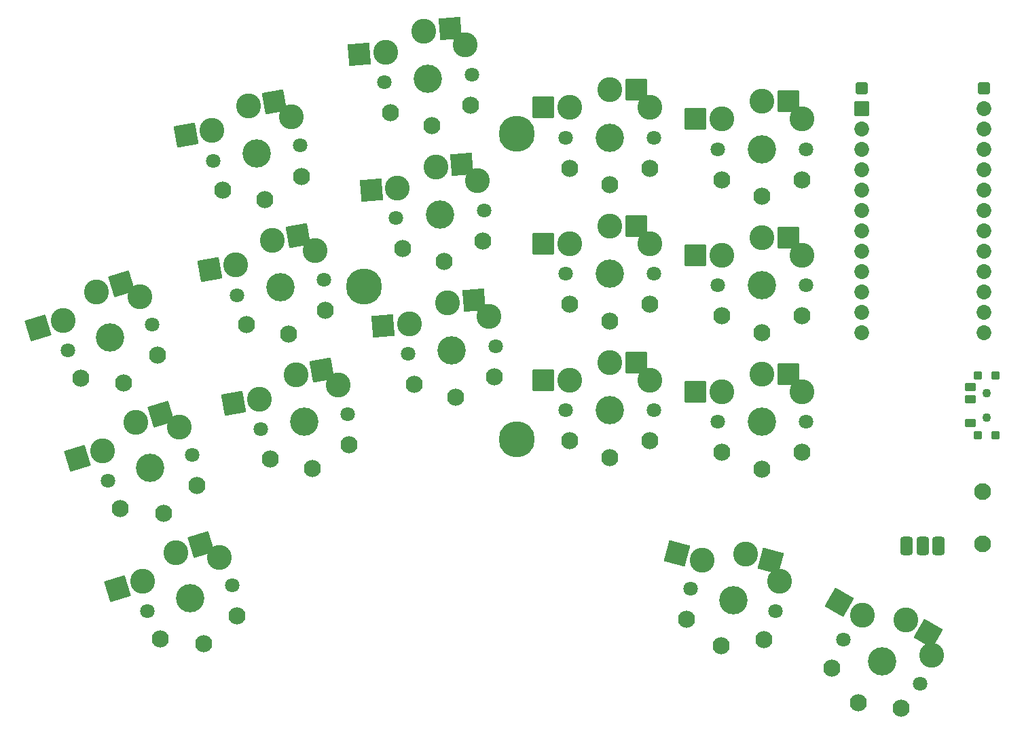
<source format=gts>
%TF.GenerationSoftware,KiCad,Pcbnew,(6.0.4-0)*%
%TF.CreationDate,2022-04-27T15:29:04+02:00*%
%TF.ProjectId,duck-shorter-thumb,6475636b-2d73-4686-9f72-7465722d7468,v1.0.0*%
%TF.SameCoordinates,Original*%
%TF.FileFunction,Soldermask,Top*%
%TF.FilePolarity,Negative*%
%FSLAX46Y46*%
G04 Gerber Fmt 4.6, Leading zero omitted, Abs format (unit mm)*
G04 Created by KiCad (PCBNEW (6.0.4-0)) date 2022-04-27 15:29:04*
%MOMM*%
%LPD*%
G01*
G04 APERTURE LIST*
G04 Aperture macros list*
%AMRoundRect*
0 Rectangle with rounded corners*
0 $1 Rounding radius*
0 $2 $3 $4 $5 $6 $7 $8 $9 X,Y pos of 4 corners*
0 Add a 4 corners polygon primitive as box body*
4,1,4,$2,$3,$4,$5,$6,$7,$8,$9,$2,$3,0*
0 Add four circle primitives for the rounded corners*
1,1,$1+$1,$2,$3*
1,1,$1+$1,$4,$5*
1,1,$1+$1,$6,$7*
1,1,$1+$1,$8,$9*
0 Add four rect primitives between the rounded corners*
20,1,$1+$1,$2,$3,$4,$5,0*
20,1,$1+$1,$4,$5,$6,$7,0*
20,1,$1+$1,$6,$7,$8,$9,0*
20,1,$1+$1,$8,$9,$2,$3,0*%
G04 Aperture macros list end*
%ADD10RoundRect,0.050000X-0.450000X0.450000X-0.450000X-0.450000X0.450000X-0.450000X0.450000X0.450000X0*%
%ADD11RoundRect,0.050000X-0.625000X0.450000X-0.625000X-0.450000X0.625000X-0.450000X0.625000X0.450000X0*%
%ADD12RoundRect,0.425000X-0.375000X-0.750000X0.375000X-0.750000X0.375000X0.750000X-0.375000X0.750000X0*%
%ADD13C,2.100000*%
%ADD14C,3.100000*%
%ADD15C,1.801800*%
%ADD16C,3.529000*%
%ADD17RoundRect,0.050000X-1.054507X-1.505993X1.505993X-1.054507X1.054507X1.505993X-1.505993X1.054507X0*%
%ADD18C,2.132000*%
%ADD19RoundRect,0.050000X-1.181751X-1.408356X1.408356X-1.181751X1.181751X1.408356X-1.408356X1.181751X0*%
%ADD20RoundRect,0.050000X-1.300000X-1.300000X1.300000X-1.300000X1.300000X1.300000X-1.300000X1.300000X0*%
%ADD21RoundRect,0.050000X-1.775833X-0.475833X0.475833X-1.775833X1.775833X0.475833X-0.475833X1.775833X0*%
%ADD22C,1.100000*%
%ADD23RoundRect,0.050000X-0.863113X-1.623279X1.623279X-0.863113X0.863113X1.623279X-1.623279X0.863113X0*%
%ADD24RoundRect,0.050000X-1.592168X-0.919239X0.919239X-1.592168X1.592168X0.919239X-0.919239X1.592168X0*%
%ADD25RoundRect,0.050000X-0.876300X0.876300X-0.876300X-0.876300X0.876300X-0.876300X0.876300X0.876300X0*%
%ADD26C,1.852600*%
%ADD27RoundRect,0.425000X-0.375000X-0.375000X0.375000X-0.375000X0.375000X0.375000X-0.375000X0.375000X0*%
%ADD28C,4.500000*%
G04 APERTURE END LIST*
D10*
%TO.C,T1*%
X161311087Y69616483D03*
X163511087Y77016483D03*
X163511087Y69616483D03*
X161311087Y77016483D03*
D11*
X160336087Y71066483D03*
X160336087Y74066483D03*
X160336087Y75566483D03*
%TD*%
D12*
%TO.C,PAD1*%
X152411087Y55816483D03*
X156411087Y55816483D03*
X154411087Y55816483D03*
%TD*%
D13*
%TO.C,B1*%
X161911087Y56066483D03*
X161911087Y62566483D03*
%TD*%
D14*
%TO.C,S11*%
X75659968Y109306337D03*
X70353903Y110604673D03*
X70353903Y110604673D03*
D15*
X65970667Y103790002D03*
D14*
X65811891Y107569855D03*
D16*
X71387110Y104745067D03*
D15*
X76803553Y105700132D03*
D17*
X73579149Y111173371D03*
X62586645Y107001157D03*
%TD*%
D15*
%TO.C,S34*%
X154074622Y38610213D03*
D16*
X149311482Y41360213D03*
D15*
X144548342Y44110213D03*
D18*
X143081355Y40569316D03*
X151741609Y35569316D03*
X146361482Y36250663D03*
X146361482Y36250663D03*
%TD*%
D16*
%TO.C,S15*%
X94221643Y97114167D03*
D15*
X99700714Y97593524D03*
D14*
X98875782Y101285676D03*
X93703066Y103041525D03*
X93703066Y103041525D03*
X88913835Y100414118D03*
D15*
X88742572Y96634810D03*
D19*
X96965604Y103326961D03*
X85651298Y100128683D03*
%TD*%
D14*
%TO.C,S21*%
X115411087Y95636017D03*
D15*
X109911087Y89686017D03*
D14*
X115411087Y95636017D03*
X120411087Y93436017D03*
D15*
X120911087Y89686017D03*
D14*
X110411087Y93436017D03*
D16*
X115411087Y89686017D03*
D20*
X118686087Y95636017D03*
X107136087Y93436017D03*
%TD*%
D15*
%TO.C,S8*%
X71874705Y70306538D03*
X82707591Y72216668D03*
D16*
X77291148Y71261603D03*
D18*
X73026972Y66651093D03*
X82875050Y68387574D03*
X78315672Y65451237D03*
X78315672Y65451237D03*
%TD*%
D16*
%TO.C,S14*%
X95703291Y80178857D03*
D15*
X101182362Y80658214D03*
X90224220Y79699500D03*
D18*
X91053509Y75957538D03*
X101015456Y76829096D03*
X96217510Y74301308D03*
X96217510Y74301308D03*
%TD*%
D16*
%TO.C,S20*%
X115411087Y72686017D03*
D15*
X109911087Y72686017D03*
X120911087Y72686017D03*
D18*
X120411087Y68886017D03*
X110411087Y68886017D03*
X115411087Y66786017D03*
X115411087Y66786017D03*
%TD*%
D15*
%TO.C,S28*%
X128877759Y88246289D03*
X139877759Y88246289D03*
D16*
X134377759Y88246289D03*
D18*
X129377759Y84446289D03*
X139377759Y84446289D03*
X134377759Y82346289D03*
X134377759Y82346289D03*
%TD*%
D16*
%TO.C,S26*%
X134377759Y71246289D03*
D15*
X128877759Y71246289D03*
X139877759Y71246289D03*
D18*
X129377759Y67446289D03*
X139377759Y67446289D03*
X134377759Y65346289D03*
X134377759Y65346289D03*
%TD*%
D14*
%TO.C,S29*%
X134377759Y111196289D03*
X134377759Y111196289D03*
D15*
X139877759Y105246289D03*
D16*
X134377759Y105246289D03*
D14*
X139377759Y108996289D03*
X129377759Y108996289D03*
D15*
X128877759Y105246289D03*
D20*
X137652759Y111196289D03*
X126102759Y108996289D03*
%TD*%
D16*
%TO.C,S33*%
X149311482Y41360213D03*
D14*
X152286482Y46513064D03*
X146856355Y47107808D03*
D15*
X144548342Y44110213D03*
D14*
X152286482Y46513064D03*
X155516609Y42107808D03*
D15*
X154074622Y38610213D03*
D21*
X155122715Y44875564D03*
X144020122Y48745308D03*
%TD*%
D14*
%TO.C,S7*%
X71715929Y74086391D03*
X81564006Y75822873D03*
X76257941Y77121209D03*
D15*
X71874705Y70306538D03*
D14*
X76257941Y77121209D03*
D15*
X82707591Y72216668D03*
D16*
X77291148Y71261603D03*
D17*
X79483187Y77689907D03*
X68490683Y73517693D03*
%TD*%
D15*
%TO.C,S2*%
X57770005Y47649137D03*
D16*
X63029681Y49257181D03*
D15*
X68289357Y50865225D03*
D18*
X59359170Y44161364D03*
X68922217Y47085081D03*
X64754674Y43614983D03*
X64754674Y43614983D03*
%TD*%
D22*
%TO.C,T2*%
X162411087Y74816483D03*
X162411087Y71816483D03*
%TD*%
D15*
%TO.C,S1*%
X68289357Y50865225D03*
D14*
X66714811Y54305182D03*
X61290069Y54947194D03*
X61290069Y54947194D03*
D16*
X63029681Y49257181D03*
D14*
X57151763Y51381465D03*
D15*
X57770005Y47649137D03*
D23*
X64421967Y55904712D03*
X54019865Y50423948D03*
%TD*%
D16*
%TO.C,S5*%
X53089043Y81771543D03*
D15*
X58348719Y83379587D03*
D14*
X51349431Y87461556D03*
X51349431Y87461556D03*
D15*
X47829367Y80163499D03*
D14*
X47211125Y83895827D03*
X56774173Y86819544D03*
D23*
X54481329Y88419074D03*
X44079227Y82938310D03*
%TD*%
D14*
%TO.C,S27*%
X129377759Y91996289D03*
D15*
X139877759Y88246289D03*
D16*
X134377759Y88246289D03*
D14*
X139377759Y91996289D03*
X134377759Y94196289D03*
X134377759Y94196289D03*
D15*
X128877759Y88246289D03*
D20*
X137652759Y94196289D03*
X126102759Y91996289D03*
%TD*%
D14*
%TO.C,S9*%
X68763910Y90828123D03*
D16*
X74339129Y88003335D03*
D14*
X73305922Y93862941D03*
X78611987Y92564605D03*
D15*
X68922686Y87048270D03*
D14*
X73305922Y93862941D03*
D15*
X79755572Y88958400D03*
D17*
X76531168Y94431639D03*
X65538664Y90259425D03*
%TD*%
D15*
%TO.C,S16*%
X99700714Y97593524D03*
D16*
X94221643Y97114167D03*
D15*
X88742572Y96634810D03*
D18*
X99533808Y93764406D03*
X89571861Y92892848D03*
X94735862Y91236618D03*
X94735862Y91236618D03*
%TD*%
D15*
%TO.C,S30*%
X139877759Y105246289D03*
X128877759Y105246289D03*
D16*
X134377759Y105246289D03*
D18*
X139377759Y101446289D03*
X129377759Y101446289D03*
X134377759Y99346289D03*
X134377759Y99346289D03*
%TD*%
D15*
%TO.C,S13*%
X90224220Y79699500D03*
X101182362Y80658214D03*
D16*
X95703291Y80178857D03*
D14*
X95184714Y86106215D03*
X100357430Y84350366D03*
X95184714Y86106215D03*
X90395483Y83478808D03*
D19*
X98447252Y86391651D03*
X87132946Y83193373D03*
%TD*%
D15*
%TO.C,S24*%
X109911087Y106686017D03*
X120911087Y106686017D03*
D16*
X115411087Y106686017D03*
D18*
X110411087Y102886017D03*
X120411087Y102886017D03*
X115411087Y100786017D03*
X115411087Y100786017D03*
%TD*%
D15*
%TO.C,S17*%
X87260925Y113570120D03*
D16*
X92739996Y114049477D03*
D15*
X98219067Y114528834D03*
D14*
X87432188Y117349428D03*
X97394135Y118220986D03*
X92221419Y119976835D03*
X92221419Y119976835D03*
D19*
X95483957Y120262271D03*
X84169651Y117063993D03*
%TD*%
D15*
%TO.C,S4*%
X52799686Y63906318D03*
X63319038Y67122406D03*
D16*
X58059362Y65514362D03*
D18*
X54388851Y60418545D03*
X63951898Y63342262D03*
X59784355Y59872164D03*
X59784355Y59872164D03*
%TD*%
D15*
%TO.C,S10*%
X79755572Y88958400D03*
X68922686Y87048270D03*
D16*
X74339129Y88003335D03*
D18*
X70074953Y83392825D03*
X79923031Y85129306D03*
X75363653Y82192969D03*
X75363653Y82192969D03*
%TD*%
D15*
%TO.C,S22*%
X109911087Y89686017D03*
X120911087Y89686017D03*
D16*
X115411087Y89686017D03*
D18*
X110411087Y85886017D03*
X120411087Y85886017D03*
X115411087Y83786017D03*
X115411087Y83786017D03*
%TD*%
D16*
%TO.C,S31*%
X130773883Y49038738D03*
D15*
X125461291Y50462243D03*
D14*
X132313856Y54785997D03*
X136574084Y51366865D03*
X132313856Y54785997D03*
X126914825Y53955055D03*
D15*
X136086475Y47615233D03*
D24*
X135477263Y53938364D03*
X123751418Y54802687D03*
%TD*%
D25*
%TO.C,MCU1*%
X146791087Y110286483D03*
D26*
X146791087Y107746483D03*
X146791087Y105206483D03*
X146791087Y102666483D03*
X146791087Y100126483D03*
X146791087Y97586483D03*
X146791087Y95046483D03*
X146791087Y92506483D03*
X146791087Y89966483D03*
X146791087Y87426483D03*
X146791087Y84886483D03*
X146791087Y82346483D03*
X162031087Y110286483D03*
X162031087Y107746483D03*
X162031087Y105206483D03*
X162031087Y102666483D03*
X162031087Y100126483D03*
X162031087Y97586483D03*
X162031087Y95046483D03*
X162031087Y92506483D03*
X162031087Y89966483D03*
X162031087Y87426483D03*
X162031087Y84886483D03*
X162031087Y82346483D03*
D27*
X146791087Y112826483D03*
X162031087Y112826483D03*
%TD*%
D15*
%TO.C,S3*%
X52799686Y63906318D03*
D14*
X52181444Y67638646D03*
D16*
X58059362Y65514362D03*
D14*
X61744492Y70562363D03*
X56319750Y71204375D03*
X56319750Y71204375D03*
D15*
X63319038Y67122406D03*
D23*
X59451648Y72161893D03*
X49049546Y66681129D03*
%TD*%
D15*
%TO.C,S32*%
X136086475Y47615233D03*
D16*
X130773883Y49038738D03*
D15*
X125461291Y50462243D03*
D18*
X134620000Y44074125D03*
X124960741Y46662315D03*
X129246851Y43339776D03*
X129246851Y43339776D03*
%TD*%
D28*
%TO.C,REF\u002A\u002A*%
X84747220Y88141427D03*
X103797220Y69091427D03*
X103797220Y107191427D03*
%TD*%
D16*
%TO.C,S12*%
X71387110Y104745067D03*
D15*
X65970667Y103790002D03*
X76803553Y105700132D03*
D18*
X76971012Y101871038D03*
X67122934Y100134557D03*
X72411634Y98934701D03*
X72411634Y98934701D03*
%TD*%
D16*
%TO.C,S23*%
X115411087Y106686017D03*
D15*
X120911087Y106686017D03*
D14*
X115411087Y112636017D03*
X115411087Y112636017D03*
X110411087Y110436017D03*
X120411087Y110436017D03*
D15*
X109911087Y106686017D03*
D20*
X118686087Y112636017D03*
X107136087Y110436017D03*
%TD*%
D14*
%TO.C,S25*%
X134377759Y77196289D03*
D16*
X134377759Y71246289D03*
D14*
X129377759Y74996289D03*
D15*
X139877759Y71246289D03*
D14*
X134377759Y77196289D03*
X139377759Y74996289D03*
D15*
X128877759Y71246289D03*
D20*
X137652759Y77196289D03*
X126102759Y74996289D03*
%TD*%
D15*
%TO.C,S6*%
X47829367Y80163499D03*
X58348719Y83379587D03*
D16*
X53089043Y81771543D03*
D18*
X49418532Y76675726D03*
X58981579Y79599443D03*
X54814036Y76129345D03*
X54814036Y76129345D03*
%TD*%
D16*
%TO.C,S19*%
X115411087Y72686017D03*
D14*
X115411087Y78636017D03*
X110411087Y76436017D03*
D15*
X120911087Y72686017D03*
X109911087Y72686017D03*
D14*
X120411087Y76436017D03*
X115411087Y78636017D03*
D20*
X118686087Y78636017D03*
X107136087Y76436017D03*
%TD*%
D15*
%TO.C,S18*%
X98219067Y114528834D03*
D16*
X92739996Y114049477D03*
D15*
X87260925Y113570120D03*
D18*
X88090214Y109828158D03*
X98052161Y110699716D03*
X93254215Y108171928D03*
X93254215Y108171928D03*
%TD*%
M02*

</source>
